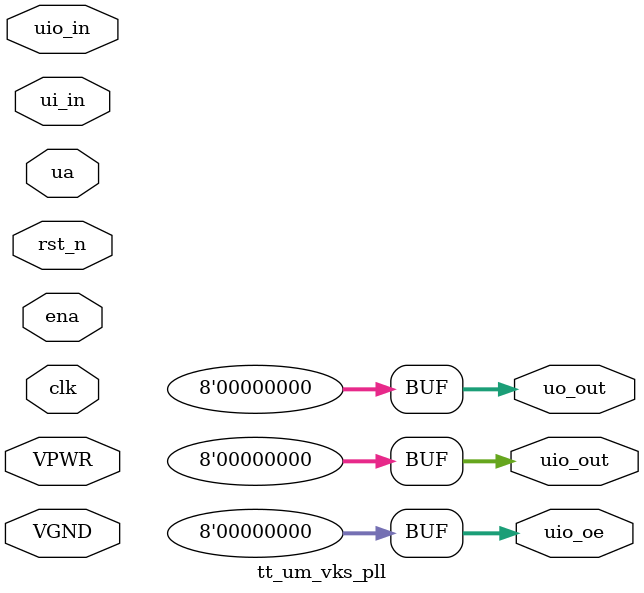
<source format=v>
module tt_um_vks_pll(	// file.cleaned.mlir:2:3
  input        VGND,	// file.cleaned.mlir:2:31
               VPWR,	// file.cleaned.mlir:2:46
  input  [7:0] ui_in,	// file.cleaned.mlir:2:61
               uio_in,	// file.cleaned.mlir:2:77
  inout  [7:0] ua,	// file.cleaned.mlir:2:97
  input        ena,	// file.cleaned.mlir:2:110
               clk,	// file.cleaned.mlir:2:124
               rst_n,	// file.cleaned.mlir:2:138
  output [7:0] uo_out,	// file.cleaned.mlir:2:155
               uio_out,	// file.cleaned.mlir:2:172
               uio_oe	// file.cleaned.mlir:2:190
);

  assign uo_out = 8'h0;	// file.cleaned.mlir:3:14, :4:5
  assign uio_out = 8'h0;	// file.cleaned.mlir:3:14, :4:5
  assign uio_oe = 8'h0;	// file.cleaned.mlir:3:14, :4:5
endmodule


</source>
